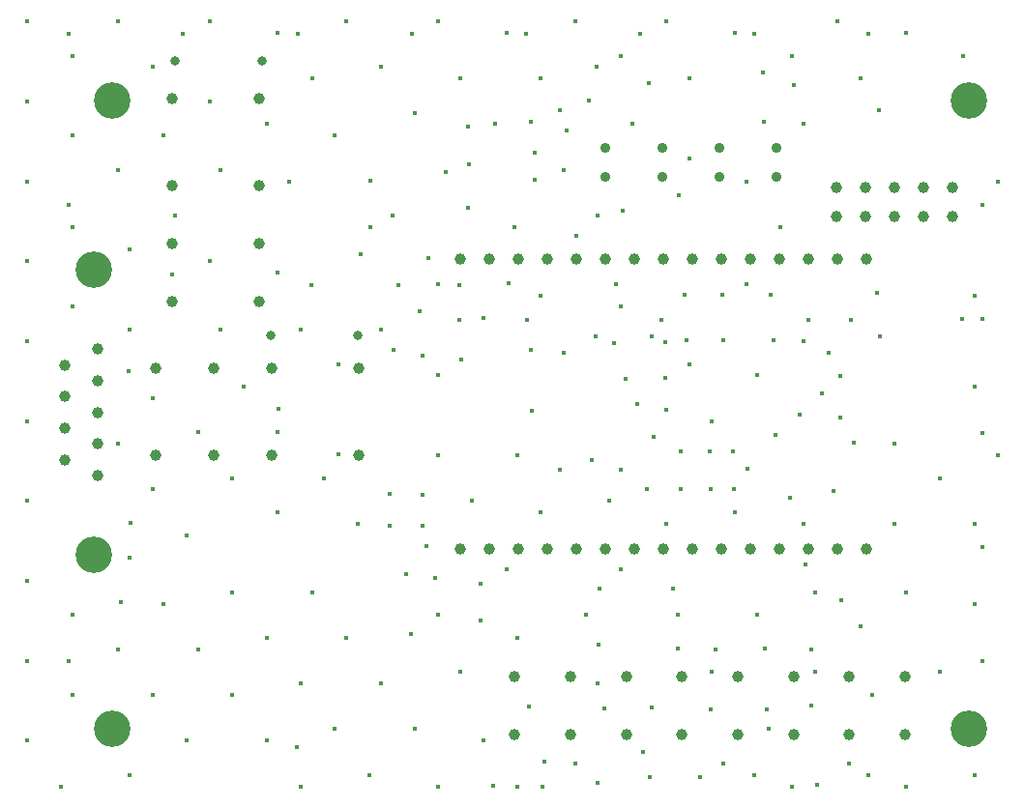
<source format=gbr>
%TF.GenerationSoftware,KiCad,Pcbnew,(5.1.6)-1*%
%TF.CreationDate,2020-12-01T16:35:55+01:00*%
%TF.ProjectId,Board,426f6172-642e-46b6-9963-61645f706362,rev?*%
%TF.SameCoordinates,PX253b400PY7a67730*%
%TF.FileFunction,Plated,1,2,PTH,Drill*%
%TF.FilePolarity,Positive*%
%FSLAX46Y46*%
G04 Gerber Fmt 4.6, Leading zero omitted, Abs format (unit mm)*
G04 Created by KiCad (PCBNEW (5.1.6)-1) date 2020-12-01 16:35:55*
%MOMM*%
%LPD*%
G01*
G04 APERTURE LIST*
%TA.AperFunction,ViaDrill*%
%ADD10C,0.400000*%
%TD*%
%TA.AperFunction,ComponentDrill*%
%ADD11C,0.800000*%
%TD*%
%TA.AperFunction,ComponentDrill*%
%ADD12C,0.900000*%
%TD*%
%TA.AperFunction,ComponentDrill*%
%ADD13C,1.000000*%
%TD*%
%TA.AperFunction,ComponentDrill*%
%ADD14C,3.200000*%
%TD*%
G04 APERTURE END LIST*
D10*
X1291667Y68557500D03*
X1291667Y61557500D03*
X1291667Y54557500D03*
X1291667Y47557500D03*
X1291667Y40557500D03*
X1291667Y33557500D03*
X1291667Y26557500D03*
X1291667Y19557500D03*
X1291667Y12557500D03*
X1291667Y5557500D03*
X4291667Y1557500D03*
X5000000Y67500000D03*
X5000000Y52500000D03*
X5000000Y12500000D03*
X5291667Y65557500D03*
X5291667Y58557500D03*
X5291667Y50557500D03*
X5291667Y43557500D03*
X5291667Y16557500D03*
X5291667Y9557500D03*
X9291667Y68557500D03*
X9291667Y55557500D03*
X9291667Y31557500D03*
X9291667Y13557500D03*
X9510000Y17700000D03*
X10250000Y37900000D03*
X10291667Y48557500D03*
X10291667Y41557500D03*
X10291667Y21557500D03*
X10291667Y2557500D03*
X10350000Y24600000D03*
X12291667Y64557500D03*
X12291667Y35557500D03*
X12291667Y27557500D03*
X12291667Y9557500D03*
X13291667Y58557500D03*
X13291667Y17557500D03*
X14000000Y46350000D03*
X14291667Y51557500D03*
X15000000Y67500000D03*
X15291667Y23557500D03*
X15291667Y5557500D03*
X16291667Y32557500D03*
X16291667Y13557500D03*
X17291667Y68557500D03*
X17291667Y61557500D03*
X17291667Y47557500D03*
X18291667Y55557500D03*
X18291667Y41557500D03*
X19291667Y28557500D03*
X19291667Y18557500D03*
X19291667Y9557500D03*
X20291667Y36557500D03*
X22291667Y59557500D03*
X22291667Y14557500D03*
X22291667Y5557500D03*
X23291667Y67557500D03*
X23291667Y46557500D03*
X23291667Y32557500D03*
X23291667Y25557500D03*
X23350000Y34650000D03*
X24291667Y54557500D03*
X24910000Y5000000D03*
X25000000Y67500000D03*
X25291667Y41557500D03*
X25291667Y10557500D03*
X25291667Y1557500D03*
X26250000Y45450000D03*
X26291667Y63557500D03*
X26291667Y18557500D03*
X27291667Y28557500D03*
X28291667Y58557500D03*
X28291667Y6557500D03*
X28550000Y38550000D03*
X28600000Y30600000D03*
X29291667Y68557500D03*
X29291667Y14557500D03*
X30291667Y24557500D03*
X30550000Y48200000D03*
X31291667Y2557500D03*
X31380000Y54600000D03*
X31380000Y50580000D03*
X32291667Y64557500D03*
X32291667Y41557500D03*
X32291667Y10557500D03*
X33100000Y27150000D03*
X33100000Y24400000D03*
X33291667Y51557500D03*
X33400000Y39750000D03*
X33850000Y45450000D03*
X34484902Y20154902D03*
X34950000Y14900000D03*
X35000000Y67500000D03*
X35291667Y60557500D03*
X35291667Y6557500D03*
X35700000Y43200000D03*
X35950000Y39300000D03*
X35950000Y27050000D03*
X35950000Y24350000D03*
X36291667Y22557500D03*
X36450000Y47850000D03*
X37050000Y19800000D03*
X37291667Y68557500D03*
X37291667Y45557500D03*
X37291667Y37557500D03*
X37291667Y30557500D03*
X37291667Y16557500D03*
X37291667Y1557500D03*
X37950000Y55350000D03*
X39150000Y42450000D03*
X39200000Y45500000D03*
X39291667Y63557500D03*
X39291667Y11557500D03*
X39300000Y38950000D03*
X39930000Y59360000D03*
X39960000Y52220000D03*
X40000000Y56000000D03*
X40291667Y26557500D03*
X41050000Y19300000D03*
X41050000Y16100000D03*
X41291667Y42557500D03*
X41291667Y5557500D03*
X42120000Y1630000D03*
X42291667Y59557500D03*
X43291667Y67557500D03*
X43291667Y20557500D03*
X43450000Y45600000D03*
X44000000Y50500000D03*
X44291667Y30557500D03*
X44291667Y14557500D03*
X44291667Y1557500D03*
X45000000Y67500000D03*
X45100000Y42400000D03*
X45291667Y8557500D03*
X45400000Y59800000D03*
X45400000Y39800000D03*
X45560000Y34450000D03*
X45787500Y57087500D03*
X45800000Y54650000D03*
X46291667Y63557500D03*
X46291667Y44557500D03*
X46291667Y25557500D03*
X46470000Y1540000D03*
X46660000Y3740000D03*
X47980000Y60760000D03*
X48000000Y29300000D03*
X48291667Y55557500D03*
X48291667Y39557500D03*
X48600000Y59000000D03*
X49291667Y68557500D03*
X49291667Y3557500D03*
X49390000Y49790000D03*
X50291667Y16557500D03*
X50500000Y61650000D03*
X50800000Y30150000D03*
X51100000Y40950000D03*
X51210000Y64570000D03*
X51240000Y1860000D03*
X51291667Y51557500D03*
X51291667Y10557500D03*
X51400000Y14000000D03*
X51450000Y18850000D03*
X51850000Y8400000D03*
X52291667Y26557500D03*
X52700000Y40400000D03*
X52900000Y45550000D03*
X53279415Y29320585D03*
X53291667Y65557500D03*
X53291667Y43557500D03*
X53291667Y20557500D03*
X53500000Y52000000D03*
X53750000Y37250000D03*
X54291667Y59557500D03*
X54720000Y35060000D03*
X55000000Y67500000D03*
X55291667Y4557500D03*
X55600000Y27600000D03*
X55780000Y63130000D03*
X55830000Y2380000D03*
X56000000Y40950000D03*
X56050000Y8450000D03*
X56150000Y32150000D03*
X56900000Y42400000D03*
X57200000Y40500000D03*
X57200000Y37300000D03*
X57250000Y34550000D03*
X57291667Y68557500D03*
X57291667Y24557500D03*
X57850000Y18850000D03*
X58291667Y16557500D03*
X58300000Y13600000D03*
X58400000Y53300000D03*
X58550000Y30900000D03*
X58550000Y27600000D03*
X58900000Y44650000D03*
X59050000Y40650000D03*
X59291667Y63557500D03*
X59291667Y56557500D03*
X59291667Y38557500D03*
X60270000Y2330000D03*
X61100000Y30900000D03*
X61150000Y27600000D03*
X61200000Y8300000D03*
X61291667Y33557500D03*
X61291667Y11557500D03*
X61650000Y13500000D03*
X62200000Y44650000D03*
X62291667Y3557500D03*
X62300000Y40650000D03*
X63150000Y30900000D03*
X63250000Y27600000D03*
X63291667Y67557500D03*
X63291667Y25557500D03*
X64291667Y54557500D03*
X64291667Y45557500D03*
X64414000Y29364000D03*
X65000000Y67500000D03*
X65000000Y2500000D03*
X65291667Y37557500D03*
X65291667Y16557500D03*
X65750000Y64050000D03*
X65840000Y59750000D03*
X65900000Y13600000D03*
X66100000Y8300000D03*
X66291667Y6557500D03*
X66400000Y44650000D03*
X66650000Y40650000D03*
X66850000Y32300000D03*
X67291667Y50557500D03*
X68120000Y26860000D03*
X68291667Y65557500D03*
X68291667Y1557500D03*
X68470000Y63020000D03*
X69000000Y34150000D03*
X69291667Y59557500D03*
X69291667Y40557500D03*
X69291667Y24557500D03*
X69500000Y21000000D03*
X69700000Y42400000D03*
X69950000Y13500000D03*
X69950000Y8600000D03*
X70291667Y18557500D03*
X70291667Y11557500D03*
X70520000Y1680000D03*
X70950000Y35950000D03*
X71500000Y39550000D03*
X71940000Y27430000D03*
X72291667Y68557500D03*
X72500000Y33900000D03*
X72550000Y37500000D03*
X72600000Y17850000D03*
X73291667Y3557500D03*
X73490000Y42390000D03*
X73700000Y31700000D03*
X74291667Y63557500D03*
X74291667Y15557500D03*
X75000000Y67500000D03*
X75000000Y2500000D03*
X75291667Y9557500D03*
X75750000Y44750000D03*
X75943722Y60806278D03*
X76000000Y41000000D03*
X77291667Y31557500D03*
X77291667Y24557500D03*
X78291667Y67557500D03*
X78291667Y18557500D03*
X78291667Y1557500D03*
X81291667Y28557500D03*
X81291667Y11557500D03*
X83200000Y42500000D03*
X83291667Y65557500D03*
X84291667Y44557500D03*
X84291667Y36557500D03*
X84291667Y24557500D03*
X84291667Y17557500D03*
X84291667Y2557500D03*
X85000000Y52500000D03*
X85000000Y42500000D03*
X85000000Y32500000D03*
X85000000Y22500000D03*
X85000000Y12500000D03*
X86291667Y54557500D03*
X86291667Y30557500D03*
D11*
%TO.C,D9*%
X22650000Y41050000D03*
X30270000Y41050000D03*
%TO.C,D7*%
X14250000Y65100000D03*
X21870000Y65100000D03*
D12*
%TO.C,D4*%
X61960000Y57490000D03*
X61960000Y54950000D03*
%TO.C,D3*%
X56960000Y57490000D03*
X56960000Y54950000D03*
%TO.C,D6*%
X51960000Y57490000D03*
X51960000Y54950000D03*
%TO.C,D5*%
X66960000Y57490000D03*
X66960000Y54950000D03*
D13*
%TO.C,J1*%
X44030000Y11130000D03*
X44030000Y6130000D03*
X48910000Y11130000D03*
X48910000Y6130000D03*
X53790000Y11130000D03*
X53790000Y6130000D03*
X58670000Y11130000D03*
X58670000Y6130000D03*
X63550000Y11130000D03*
X63550000Y6130000D03*
X68430000Y11130000D03*
X68430000Y6130000D03*
X73310000Y11130000D03*
X73310000Y6130000D03*
X78190000Y11130000D03*
X78190000Y6130000D03*
%TO.C,U2*%
X39262000Y47774000D03*
X39262000Y22374000D03*
X41802000Y47774000D03*
X41802000Y22374000D03*
X44342000Y47774000D03*
X44342000Y22374000D03*
X46882000Y47774000D03*
X46882000Y22374000D03*
X49422000Y47774000D03*
X49422000Y22374000D03*
X51962000Y47774000D03*
X51962000Y22374000D03*
X54502000Y47774000D03*
X54502000Y22374000D03*
X57042000Y47774000D03*
X57042000Y22374000D03*
X59582000Y47774000D03*
X59582000Y22374000D03*
X62122000Y47774000D03*
X62122000Y22374000D03*
X64662000Y47774000D03*
X64662000Y22374000D03*
X67202000Y47774000D03*
X67202000Y22374000D03*
X69742000Y47774000D03*
X69742000Y22374000D03*
X72282000Y47774000D03*
X72282000Y22374000D03*
X74822000Y47774000D03*
X74822000Y22374000D03*
%TO.C,K1*%
X13990000Y61820000D03*
X13990000Y54200000D03*
X13990000Y49120000D03*
X13990000Y44040000D03*
X21610000Y61820000D03*
X21610000Y54200000D03*
X21610000Y49120000D03*
X21610000Y44040000D03*
%TO.C,J2*%
X72160000Y53970000D03*
X72160000Y51430000D03*
X74700000Y53970000D03*
X74700000Y51430000D03*
X77240000Y53970000D03*
X77240000Y51430000D03*
X79780000Y53970000D03*
X79780000Y51430000D03*
X82320000Y53970000D03*
X82320000Y51430000D03*
%TO.C,J3*%
X4660000Y38465000D03*
X4660000Y35695000D03*
X4660000Y32925000D03*
X4660000Y30155000D03*
X7500000Y39850000D03*
X7500000Y37080000D03*
X7500000Y34310000D03*
X7500000Y31540000D03*
X7500000Y28770000D03*
%TO.C,K2*%
X12610000Y38160000D03*
X12610000Y30540000D03*
X17690000Y38160000D03*
X17690000Y30540000D03*
X22770000Y38160000D03*
X22770000Y30540000D03*
X30390000Y38160000D03*
X30390000Y30540000D03*
D14*
%TO.C,J3*%
X7200000Y46810000D03*
X7200000Y21810000D03*
%TO.C,MH1*%
X8800000Y6600000D03*
%TO.C,MH2*%
X8800000Y61600000D03*
%TO.C,MH3*%
X83800000Y61600000D03*
%TO.C,MH4*%
X83800000Y6600000D03*
M02*

</source>
